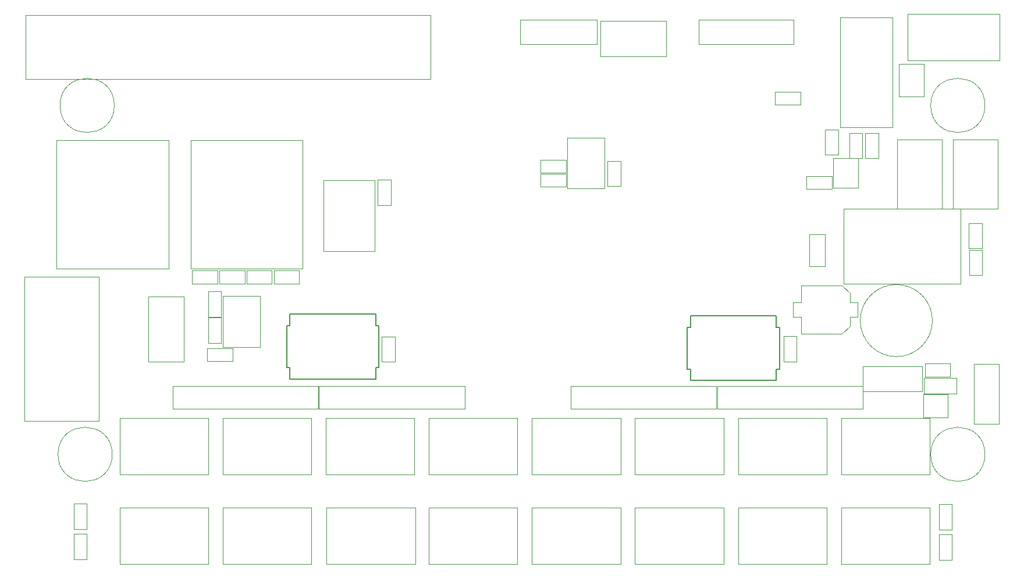
<source format=gbr>
G04 #@! TF.GenerationSoftware,KiCad,Pcbnew,(5.1.6)-1*
G04 #@! TF.CreationDate,2020-09-25T16:17:49-04:00*
G04 #@! TF.ProjectId,PB_16,50425f31-362e-46b6-9963-61645f706362,v2*
G04 #@! TF.SameCoordinates,Original*
G04 #@! TF.FileFunction,Other,User*
%FSLAX46Y46*%
G04 Gerber Fmt 4.6, Leading zero omitted, Abs format (unit mm)*
G04 Created by KiCad (PCBNEW (5.1.6)-1) date 2020-09-25 16:17:49*
%MOMM*%
%LPD*%
G01*
G04 APERTURE LIST*
%ADD10C,0.050000*%
%ADD11C,0.152400*%
G04 APERTURE END LIST*
D10*
X191508800Y-81352600D02*
X191508800Y-92252600D01*
X191508800Y-92252600D02*
X208508800Y-92252600D01*
X208508800Y-92252600D02*
X208508800Y-81352600D01*
X208508800Y-81352600D02*
X191508800Y-81352600D01*
X199568800Y-60242600D02*
X203168800Y-60242600D01*
X199568800Y-65042600D02*
X199568800Y-60242600D01*
X203168800Y-65042600D02*
X199568800Y-65042600D01*
X203168800Y-60242600D02*
X203168800Y-65042600D01*
X165648800Y-54022600D02*
X165648800Y-59222600D01*
X156148800Y-54022600D02*
X165648800Y-54022600D01*
X156148800Y-59222600D02*
X156148800Y-54022600D01*
X165648800Y-59222600D02*
X156148800Y-59222600D01*
X95498800Y-103612600D02*
X90298800Y-103612600D01*
X95498800Y-94112600D02*
X95498800Y-103612600D01*
X90298800Y-94112600D02*
X95498800Y-94112600D01*
X90298800Y-103612600D02*
X90298800Y-94112600D01*
X101162000Y-94086600D02*
X101162000Y-101486600D01*
X106562000Y-94086600D02*
X101162000Y-94086600D01*
X106562000Y-101486600D02*
X106562000Y-94086600D01*
X101162000Y-101486600D02*
X106562000Y-101486600D01*
X156721040Y-78439080D02*
X156721040Y-71039080D01*
X151321040Y-78439080D02*
X156721040Y-78439080D01*
X151321040Y-71039080D02*
X151321040Y-78439080D01*
X156721040Y-71039080D02*
X151321040Y-71039080D01*
X123228800Y-77177600D02*
X115828800Y-77177600D01*
X123228800Y-87577600D02*
X123228800Y-77177600D01*
X115828800Y-87577600D02*
X123228800Y-87577600D01*
X115828800Y-77177600D02*
X115828800Y-87577600D01*
X99020800Y-100906600D02*
X99020800Y-97206600D01*
X100920800Y-100906600D02*
X99020800Y-100906600D01*
X100920800Y-97206600D02*
X100920800Y-100906600D01*
X99020800Y-97206600D02*
X100920800Y-97206600D01*
X108603800Y-90377600D02*
X112303800Y-90377600D01*
X108603800Y-92277600D02*
X108603800Y-90377600D01*
X112303800Y-92277600D02*
X108603800Y-92277600D01*
X112303800Y-90377600D02*
X112303800Y-92277600D01*
X108303800Y-92277600D02*
X104603800Y-92277600D01*
X108303800Y-90377600D02*
X108303800Y-92277600D01*
X104603800Y-90377600D02*
X108303800Y-90377600D01*
X104603800Y-92277600D02*
X104603800Y-90377600D01*
X100678800Y-90377600D02*
X104378800Y-90377600D01*
X100678800Y-92277600D02*
X100678800Y-90377600D01*
X104378800Y-92277600D02*
X100678800Y-92277600D01*
X104378800Y-90377600D02*
X104378800Y-92277600D01*
X100403800Y-92277600D02*
X96703800Y-92277600D01*
X100403800Y-90377600D02*
X100403800Y-92277600D01*
X96703800Y-90377600D02*
X100403800Y-90377600D01*
X96703800Y-92277600D02*
X96703800Y-90377600D01*
X123728800Y-80827600D02*
X123728800Y-77127600D01*
X125628800Y-80827600D02*
X123728800Y-80827600D01*
X125628800Y-77127600D02*
X125628800Y-80827600D01*
X123728800Y-77127600D02*
X125628800Y-77127600D01*
X207028800Y-105802600D02*
X203328800Y-105802600D01*
X207028800Y-103902600D02*
X207028800Y-105802600D01*
X203328800Y-103902600D02*
X207028800Y-103902600D01*
X203328800Y-105802600D02*
X203328800Y-103902600D01*
X203128800Y-108352600D02*
X206628800Y-108352600D01*
X203128800Y-111752600D02*
X203128800Y-108352600D01*
X206628800Y-111752600D02*
X203128800Y-111752600D01*
X206628800Y-108352600D02*
X206628800Y-111752600D01*
X203228800Y-106002600D02*
X203228800Y-108302600D01*
X207928800Y-108302600D02*
X203228800Y-108302600D01*
X207928800Y-106002600D02*
X207928800Y-108302600D01*
X203228800Y-106002600D02*
X207928800Y-106002600D01*
X185209000Y-66234760D02*
X181509000Y-66234760D01*
X185209000Y-64334760D02*
X185209000Y-66234760D01*
X181509000Y-64334760D02*
X185209000Y-64334760D01*
X181509000Y-66234760D02*
X181509000Y-64334760D01*
X100928800Y-93402600D02*
X100928800Y-97102600D01*
X99028800Y-93402600D02*
X100928800Y-93402600D01*
X99028800Y-97102600D02*
X99028800Y-93402600D01*
X100928800Y-97102600D02*
X99028800Y-97102600D01*
X96494400Y-71373520D02*
X112804400Y-71373520D01*
X96494400Y-71373520D02*
X96494400Y-90113520D01*
X112804400Y-90113520D02*
X112804400Y-71373520D01*
X112804400Y-90113520D02*
X96494400Y-90113520D01*
X76956800Y-71373520D02*
X93266800Y-71373520D01*
X76956800Y-71373520D02*
X76956800Y-90113520D01*
X93266800Y-90113520D02*
X93266800Y-71373520D01*
X93266800Y-90113520D02*
X76956800Y-90113520D01*
X207428800Y-81332600D02*
X207428800Y-71332600D01*
X213928800Y-81332600D02*
X213928800Y-71332600D01*
X207428800Y-81332600D02*
X213928800Y-81332600D01*
X213928800Y-71332600D02*
X207428800Y-71332600D01*
X199278800Y-81332600D02*
X199278800Y-71332600D01*
X205778800Y-81332600D02*
X205778800Y-71332600D01*
X199278800Y-81332600D02*
X205778800Y-81332600D01*
X205778800Y-71332600D02*
X199278800Y-71332600D01*
X147398800Y-74252600D02*
X151098800Y-74252600D01*
X147398800Y-76152600D02*
X147398800Y-74252600D01*
X151098800Y-76152600D02*
X147398800Y-76152600D01*
X151098800Y-74252600D02*
X151098800Y-76152600D01*
X147398800Y-76252600D02*
X151098800Y-76252600D01*
X147398800Y-78152600D02*
X147398800Y-76252600D01*
X151098800Y-78152600D02*
X147398800Y-78152600D01*
X151098800Y-76252600D02*
X151098800Y-78152600D01*
X159071040Y-74389080D02*
X159071040Y-78089080D01*
X157171040Y-74389080D02*
X159071040Y-74389080D01*
X157171040Y-78089080D02*
X157171040Y-74389080D01*
X159071040Y-78089080D02*
X157171040Y-78089080D01*
D11*
X169221360Y-98604480D02*
X169221360Y-96940780D01*
X168764160Y-98604480D02*
X169221360Y-98604480D01*
X168764160Y-104700480D02*
X168764160Y-98604480D01*
X169221360Y-104700480D02*
X168764160Y-104700480D01*
X169221360Y-106364180D02*
X169221360Y-104700480D01*
X181718160Y-106364180D02*
X169221360Y-106364180D01*
X181718160Y-104700480D02*
X181718160Y-106364180D01*
X182175360Y-104700480D02*
X181718160Y-104700480D01*
X182175360Y-98604480D02*
X182175360Y-104700480D01*
X181718160Y-98604480D02*
X182175360Y-98604480D01*
X181718160Y-96940780D02*
X181718160Y-98604480D01*
X169221360Y-96940780D02*
X181718160Y-96940780D01*
X110918200Y-98396200D02*
X110918200Y-96732500D01*
X110461000Y-98396200D02*
X110918200Y-98396200D01*
X110461000Y-104492200D02*
X110461000Y-98396200D01*
X110918200Y-104492200D02*
X110461000Y-104492200D01*
X110918200Y-106155900D02*
X110918200Y-104492200D01*
X123415000Y-106155900D02*
X110918200Y-106155900D01*
X123415000Y-104492200D02*
X123415000Y-106155900D01*
X123872200Y-104492200D02*
X123415000Y-104492200D01*
X123872200Y-98396200D02*
X123872200Y-104492200D01*
X123415000Y-98396200D02*
X123872200Y-98396200D01*
X123415000Y-96732500D02*
X123415000Y-98396200D01*
X110918200Y-96732500D02*
X123415000Y-96732500D01*
D10*
X186106400Y-76613120D02*
X189806400Y-76613120D01*
X186106400Y-78513120D02*
X186106400Y-76613120D01*
X189806400Y-78513120D02*
X186106400Y-78513120D01*
X189806400Y-76613120D02*
X189806400Y-78513120D01*
X192352600Y-74020720D02*
X192352600Y-70320720D01*
X194252600Y-74020720D02*
X192352600Y-74020720D01*
X194252600Y-70320720D02*
X194252600Y-74020720D01*
X192352600Y-70320720D02*
X194252600Y-70320720D01*
X196552600Y-70320720D02*
X196552600Y-74020720D01*
X194652600Y-70320720D02*
X196552600Y-70320720D01*
X194652600Y-74020720D02*
X194652600Y-70320720D01*
X196552600Y-74020720D02*
X194652600Y-74020720D01*
X193667600Y-78291120D02*
X190017600Y-78291120D01*
X190017600Y-78291120D02*
X190017600Y-74041120D01*
X190017600Y-74041120D02*
X193667600Y-74041120D01*
X193667600Y-74041120D02*
X193667600Y-78291120D01*
X188809800Y-73520320D02*
X188809800Y-69820320D01*
X190709800Y-73520320D02*
X188809800Y-73520320D01*
X190709800Y-69820320D02*
X190709800Y-73520320D01*
X188809800Y-69820320D02*
X190709800Y-69820320D01*
X190972600Y-69540720D02*
X190972600Y-53500720D01*
X198662600Y-69540720D02*
X190972600Y-69540720D01*
X198662600Y-53500720D02*
X198662600Y-69540720D01*
X190972600Y-53500720D02*
X198662600Y-53500720D01*
X193578800Y-95002600D02*
X192428800Y-95002600D01*
X193578800Y-97102600D02*
X193578800Y-95002600D01*
X192428800Y-97102600D02*
X193578800Y-97102600D01*
X192428800Y-95002600D02*
X192428800Y-93652600D01*
X192428800Y-98452600D02*
X192428800Y-97102600D01*
X192428800Y-98452600D02*
X191278800Y-99602600D01*
X192428800Y-93652600D02*
X191278800Y-92502600D01*
X191278800Y-99602600D02*
X185328800Y-99602600D01*
X191278800Y-92502600D02*
X185328800Y-92502600D01*
X185328800Y-95002600D02*
X185328800Y-92502600D01*
X184178800Y-95002600D02*
X185328800Y-95002600D01*
X184178800Y-97102600D02*
X184178800Y-95002600D01*
X185328800Y-97102600D02*
X184178800Y-97102600D01*
X185328800Y-99602600D02*
X185328800Y-97102600D01*
X205370600Y-132504200D02*
X205370600Y-128804200D01*
X207270600Y-132504200D02*
X205370600Y-132504200D01*
X207270600Y-128804200D02*
X207270600Y-132504200D01*
X205370600Y-128804200D02*
X207270600Y-128804200D01*
X79463800Y-132402600D02*
X79463800Y-128702600D01*
X81363800Y-132402600D02*
X79463800Y-132402600D01*
X81363800Y-128702600D02*
X81363800Y-132402600D01*
X79463800Y-128702600D02*
X81363800Y-128702600D01*
X211678800Y-87352600D02*
X211678800Y-91052600D01*
X209778800Y-87352600D02*
X211678800Y-87352600D01*
X209778800Y-91052600D02*
X209778800Y-87352600D01*
X211678800Y-91052600D02*
X209778800Y-91052600D01*
X205370600Y-128084600D02*
X205370600Y-124384600D01*
X207270600Y-128084600D02*
X205370600Y-128084600D01*
X207270600Y-124384600D02*
X207270600Y-128084600D01*
X205370600Y-124384600D02*
X207270600Y-124384600D01*
X79463800Y-127983000D02*
X79463800Y-124283000D01*
X81363800Y-127983000D02*
X79463800Y-127983000D01*
X81363800Y-124283000D02*
X81363800Y-127983000D01*
X79463800Y-124283000D02*
X81363800Y-124283000D01*
X211628800Y-83452600D02*
X211628800Y-87152600D01*
X209728800Y-83452600D02*
X211628800Y-83452600D01*
X209728800Y-87152600D02*
X209728800Y-83452600D01*
X211628800Y-87152600D02*
X209728800Y-87152600D01*
X188818800Y-85062600D02*
X186518800Y-85062600D01*
X186518800Y-89762600D02*
X186518800Y-85062600D01*
X188818800Y-89762600D02*
X186518800Y-89762600D01*
X188818800Y-85062600D02*
X188818800Y-89762600D01*
X98882800Y-101662600D02*
X102582800Y-101662600D01*
X98882800Y-103562600D02*
X98882800Y-101662600D01*
X102582800Y-103562600D02*
X98882800Y-103562600D01*
X102582800Y-101662600D02*
X102582800Y-103562600D01*
X182749360Y-103649800D02*
X182749360Y-99949800D01*
X184649360Y-103649800D02*
X182749360Y-103649800D01*
X184649360Y-99949800D02*
X184649360Y-103649800D01*
X182749360Y-99949800D02*
X184649360Y-99949800D01*
X124319200Y-103675200D02*
X124319200Y-99975200D01*
X126219200Y-103675200D02*
X124319200Y-103675200D01*
X126219200Y-99975200D02*
X126219200Y-103675200D01*
X124319200Y-99975200D02*
X126219200Y-99975200D01*
X214078800Y-104013000D02*
X210478800Y-104013000D01*
X214078800Y-112663000D02*
X214078800Y-104013000D01*
X210478800Y-112663000D02*
X214078800Y-112663000D01*
X210478800Y-104013000D02*
X210478800Y-112663000D01*
X202978800Y-107919400D02*
X202978800Y-104319400D01*
X194328800Y-107919400D02*
X202978800Y-107919400D01*
X194328800Y-104319400D02*
X194328800Y-107919400D01*
X202978800Y-104319400D02*
X194328800Y-104319400D01*
X214210280Y-53011360D02*
X200810280Y-53011360D01*
X214210280Y-59761360D02*
X214210280Y-53011360D01*
X200810280Y-59761360D02*
X214210280Y-59761360D01*
X200810280Y-53011360D02*
X200810280Y-59761360D01*
X155597680Y-57425840D02*
X144397680Y-57425840D01*
X155597680Y-53875840D02*
X155597680Y-57425840D01*
X144397680Y-53875840D02*
X155597680Y-53875840D01*
X144397680Y-57425840D02*
X144397680Y-53875840D01*
X204428800Y-97652600D02*
G75*
G03*
X204428800Y-97652600I-5250000J0D01*
G01*
X131389920Y-53135560D02*
X131389920Y-62495560D01*
X72429920Y-53135560D02*
X131389920Y-53135560D01*
X72429920Y-62495560D02*
X72429920Y-53135560D01*
X131389920Y-62495560D02*
X72429920Y-62495560D01*
X184187680Y-57425840D02*
X184187680Y-53825840D01*
X170437680Y-57425840D02*
X184187680Y-57425840D01*
X170437680Y-53825840D02*
X170437680Y-57425840D01*
X184187680Y-53825840D02*
X170437680Y-53825840D01*
X85377600Y-66318600D02*
G75*
G03*
X85377600Y-66318600I-3950000J0D01*
G01*
X114050000Y-111850000D02*
X101150000Y-111850000D01*
X114050000Y-120100000D02*
X114050000Y-111850000D01*
X101150000Y-120100000D02*
X114050000Y-120100000D01*
X101150000Y-111850000D02*
X101150000Y-120100000D01*
X85077600Y-117118600D02*
G75*
G03*
X85077600Y-117118600I-3950000J0D01*
G01*
X212077600Y-66318600D02*
G75*
G03*
X212077600Y-66318600I-3950000J0D01*
G01*
X212077600Y-117118600D02*
G75*
G03*
X212077600Y-117118600I-3950000J0D01*
G01*
X194312600Y-107163600D02*
X173112600Y-107163600D01*
X194312600Y-110463600D02*
X194312600Y-107163600D01*
X173112600Y-110463600D02*
X194312600Y-110463600D01*
X173112600Y-107163600D02*
X173112600Y-110463600D01*
X172986200Y-107163600D02*
X151786200Y-107163600D01*
X172986200Y-110463600D02*
X172986200Y-107163600D01*
X151786200Y-110463600D02*
X172986200Y-110463600D01*
X151786200Y-107163600D02*
X151786200Y-110463600D01*
X136352700Y-107163600D02*
X115152700Y-107163600D01*
X136352700Y-110463600D02*
X136352700Y-107163600D01*
X115152700Y-110463600D02*
X136352700Y-110463600D01*
X115152700Y-107163600D02*
X115152700Y-110463600D01*
X115061500Y-107163600D02*
X93861500Y-107163600D01*
X115061500Y-110463600D02*
X115061500Y-107163600D01*
X93861500Y-110463600D02*
X115061500Y-110463600D01*
X93861500Y-107163600D02*
X93861500Y-110463600D01*
X204050000Y-124850000D02*
X191150000Y-124850000D01*
X204050000Y-133100000D02*
X204050000Y-124850000D01*
X191150000Y-133100000D02*
X204050000Y-133100000D01*
X191150000Y-124850000D02*
X191150000Y-133100000D01*
X204050000Y-111850000D02*
X191150000Y-111850000D01*
X204050000Y-120100000D02*
X204050000Y-111850000D01*
X191150000Y-120100000D02*
X204050000Y-120100000D01*
X191150000Y-111850000D02*
X191150000Y-120100000D01*
X189050000Y-124850000D02*
X176150000Y-124850000D01*
X189050000Y-133100000D02*
X189050000Y-124850000D01*
X176150000Y-133100000D02*
X189050000Y-133100000D01*
X176150000Y-124850000D02*
X176150000Y-133100000D01*
X189050000Y-111850000D02*
X176150000Y-111850000D01*
X189050000Y-120100000D02*
X189050000Y-111850000D01*
X176150000Y-120100000D02*
X189050000Y-120100000D01*
X176150000Y-111850000D02*
X176150000Y-120100000D01*
X174050000Y-124850000D02*
X161150000Y-124850000D01*
X174050000Y-133100000D02*
X174050000Y-124850000D01*
X161150000Y-133100000D02*
X174050000Y-133100000D01*
X161150000Y-124850000D02*
X161150000Y-133100000D01*
X174050000Y-111850000D02*
X161150000Y-111850000D01*
X174050000Y-120100000D02*
X174050000Y-111850000D01*
X161150000Y-120100000D02*
X174050000Y-120100000D01*
X161150000Y-111850000D02*
X161150000Y-120100000D01*
X159050000Y-124850000D02*
X146150000Y-124850000D01*
X159050000Y-133100000D02*
X159050000Y-124850000D01*
X146150000Y-133100000D02*
X159050000Y-133100000D01*
X146150000Y-124850000D02*
X146150000Y-133100000D01*
X159050000Y-111850000D02*
X146150000Y-111850000D01*
X159050000Y-120100000D02*
X159050000Y-111850000D01*
X146150000Y-120100000D02*
X159050000Y-120100000D01*
X146150000Y-111850000D02*
X146150000Y-120100000D01*
X144050000Y-124850000D02*
X131150000Y-124850000D01*
X144050000Y-133100000D02*
X144050000Y-124850000D01*
X131150000Y-133100000D02*
X144050000Y-133100000D01*
X131150000Y-124850000D02*
X131150000Y-133100000D01*
X144050000Y-111850000D02*
X131150000Y-111850000D01*
X144050000Y-120100000D02*
X144050000Y-111850000D01*
X131150000Y-120100000D02*
X144050000Y-120100000D01*
X131150000Y-111850000D02*
X131150000Y-120100000D01*
X129164342Y-124850000D02*
X116264342Y-124850000D01*
X129164342Y-133100000D02*
X129164342Y-124850000D01*
X116264342Y-133100000D02*
X129164342Y-133100000D01*
X116264342Y-124850000D02*
X116264342Y-133100000D01*
X129050000Y-111850000D02*
X116150000Y-111850000D01*
X129050000Y-120100000D02*
X129050000Y-111850000D01*
X116150000Y-120100000D02*
X129050000Y-120100000D01*
X116150000Y-111850000D02*
X116150000Y-120100000D01*
X114050000Y-124850000D02*
X101150000Y-124850000D01*
X114050000Y-133100000D02*
X114050000Y-124850000D01*
X101150000Y-133100000D02*
X114050000Y-133100000D01*
X101150000Y-124850000D02*
X101150000Y-133100000D01*
X99050000Y-124850000D02*
X86150000Y-124850000D01*
X99050000Y-133100000D02*
X99050000Y-124850000D01*
X86150000Y-133100000D02*
X99050000Y-133100000D01*
X86150000Y-124850000D02*
X86150000Y-133100000D01*
X99050000Y-111850000D02*
X86150000Y-111850000D01*
X99050000Y-120100000D02*
X99050000Y-111850000D01*
X86150000Y-120100000D02*
X99050000Y-120100000D01*
X86150000Y-111850000D02*
X86150000Y-120100000D01*
X72318800Y-91302600D02*
X72318800Y-112302600D01*
X83128800Y-91302600D02*
X72318800Y-91302600D01*
X83128800Y-112302600D02*
X83128800Y-91302600D01*
X72318800Y-112302600D02*
X83128800Y-112302600D01*
M02*

</source>
